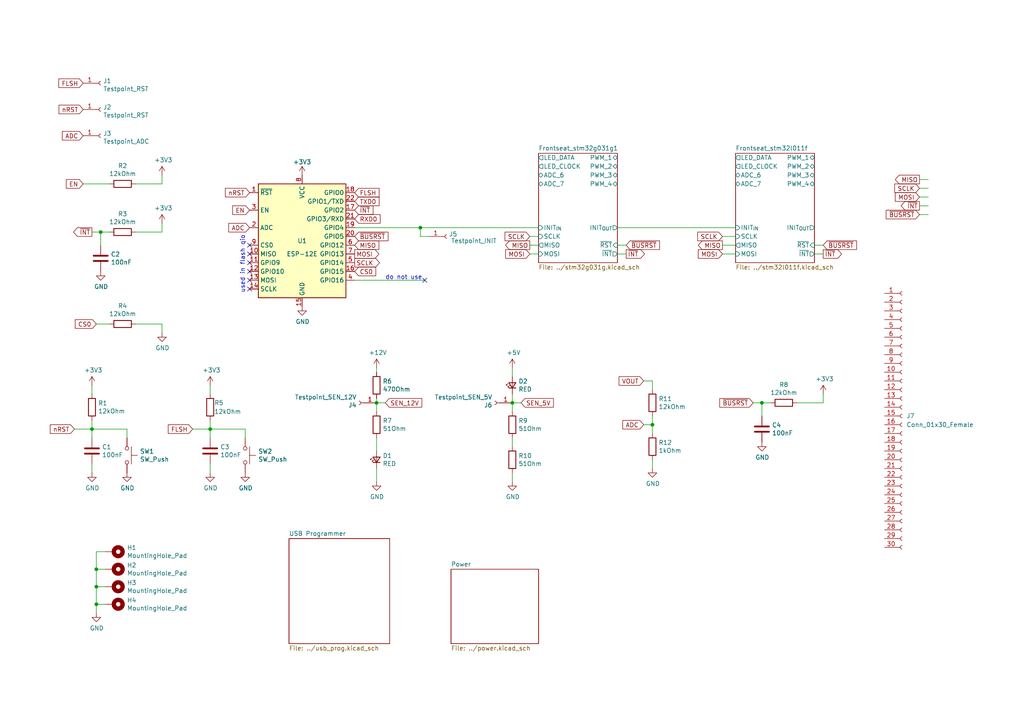
<source format=kicad_sch>
(kicad_sch (version 20211123) (generator eeschema)
  (paper "A4")
  (lib_symbols
    (symbol "Connector:Conn_01x01_Female" (pin_names (offset 1.016) hide)
      (property "Reference" "J" (at 0 2.54 0))
      (property "Value" "Conn_01x01_Female" (at 0 -2.54 0))
      (symbol "Conn_01x01_Female_1_1"
        (polyline (pts (xy -1.27 0) (xy -0.508 0)) (stroke (width 0.1524)))
        (arc (start 0 0.508) (mid -0.508 0) (end 0 -0.508) (stroke (width 0.1524)))
        (pin passive line (at -5.08 0 0) (length 3.81) (name "Pin_1") (number "1"))
      )
    )
    (symbol "Connector:Conn_01x06_Male" (pin_names (offset 1.016) hide)
      (property "Reference" "J" (at 0 7.62 0))
      (property "Value" "Conn_01x06_Male" (at 0 -10.16 0))
      (symbol "Conn_01x06_Male_1_1"
        (polyline (pts (xy 1.27 -7.62) (xy 0.8636 -7.62)) (stroke (width 0.1524)))
        (polyline (pts (xy 1.27 -5.08) (xy 0.8636 -5.08)) (stroke (width 0.1524)))
        (polyline (pts (xy 1.27 -2.54) (xy 0.8636 -2.54)) (stroke (width 0.1524)))
        (polyline (pts (xy 1.27 0) (xy 0.8636 0)) (stroke (width 0.1524)))
        (polyline (pts (xy 1.27 2.54) (xy 0.8636 2.54)) (stroke (width 0.1524)))
        (polyline (pts (xy 1.27 5.08) (xy 0.8636 5.08)) (stroke (width 0.1524)))
        (rectangle (start 0.8636 -7.493) (end 0 -7.747) (stroke (width 0.1524)) (fill (type outline)))
        (rectangle (start 0.8636 -4.953) (end 0 -5.207) (stroke (width 0.1524)) (fill (type outline)))
        (rectangle (start 0.8636 -2.413) (end 0 -2.667) (stroke (width 0.1524)) (fill (type outline)))
        (rectangle (start 0.8636 0.127) (end 0 -0.127) (stroke (width 0.1524)) (fill (type outline)))
        (rectangle (start 0.8636 2.667) (end 0 2.413) (stroke (width 0.1524)) (fill (type outline)))
        (rectangle (start 0.8636 5.207) (end 0 4.953) (stroke (width 0.1524)) (fill (type outline)))
        (pin passive line (at 5.08 5.08 180) (length 3.81) (name "Pin_1") (number "1"))
        (pin passive line (at 5.08 2.54 180) (length 3.81) (name "Pin_2") (number "2"))
        (pin passive line (at 5.08 0 180) (length 3.81) (name "Pin_3") (number "3"))
        (pin passive line (at 5.08 -2.54 180) (length 3.81) (name "Pin_4") (number "4"))
        (pin passive line (at 5.08 -5.08 180) (length 3.81) (name "Pin_5") (number "5"))
        (pin passive line (at 5.08 -7.62 180) (length 3.81) (name "Pin_6") (number "6"))
      )
    )
    (symbol "Connector:Conn_01x30_Female" (pin_names (offset 1.016) hide)
      (property "Reference" "J" (at 0 38.1 0))
      (property "Value" "Conn_01x30_Female" (at 0 -40.64 0))
      (symbol "Conn_01x30_Female_1_1"
        (arc (start 0 -37.592) (mid -0.508 -38.1) (end 0 -38.608) (stroke (width 0.1524)))
        (arc (start 0 -35.052) (mid -0.508 -35.56) (end 0 -36.068) (stroke (width 0.1524)))
        (arc (start 0 -32.512) (mid -0.508 -33.02) (end 0 -33.528) (stroke (width 0.1524)))
        (arc (start 0 -29.972) (mid -0.508 -30.48) (end 0 -30.988) (stroke (width 0.1524)))
        (arc (start 0 -27.432) (mid -0.508 -27.94) (end 0 -28.448) (stroke (width 0.1524)))
        (arc (start 0 -24.892) (mid -0.508 -25.4) (end 0 -25.908) (stroke (width 0.1524)))
        (arc (start 0 -22.352) (mid -0.508 -22.86) (end 0 -23.368) (stroke (width 0.1524)))
        (arc (start 0 -19.812) (mid -0.508 -20.32) (end 0 -20.828) (stroke (width 0.1524)))
        (arc (start 0 -17.272) (mid -0.508 -17.78) (end 0 -18.288) (stroke (width 0.1524)))
        (arc (start 0 -14.732) (mid -0.508 -15.24) (end 0 -15.748) (stroke (width 0.1524)))
        (arc (start 0 -12.192) (mid -0.508 -12.7) (end 0 -13.208) (stroke (width 0.1524)))
        (arc (start 0 -9.652) (mid -0.508 -10.16) (end 0 -10.668) (stroke (width 0.1524)))
        (arc (start 0 -7.112) (mid -0.508 -7.62) (end 0 -8.128) (stroke (width 0.1524)))
        (arc (start 0 -4.572) (mid -0.508 -5.08) (end 0 -5.588) (stroke (width 0.1524)))
        (arc (start 0 -2.032) (mid -0.508 -2.54) (end 0 -3.048) (stroke (width 0.1524)))
        (polyline (pts (xy -1.27 -38.1) (xy -0.508 -38.1)) (stroke (width 0.1524)))
        (polyline (pts (xy -1.27 -35.56) (xy -0.508 -35.56)) (stroke (width 0.1524)))
        (polyline (pts (xy -1.27 -33.02) (xy -0.508 -33.02)) (stroke (width 0.1524)))
        (polyline (pts (xy -1.27 -30.48) (xy -0.508 -30.48)) (stroke (width 0.1524)))
        (polyline (pts (xy -1.27 -27.94) (xy -0.508 -27.94)) (stroke (width 0.1524)))
        (polyline (pts (xy -1.27 -25.4) (xy -0.508 -25.4)) (stroke (width 0.1524)))
        (polyline (pts (xy -1.27 -22.86) (xy -0.508 -22.86)) (stroke (width 0.1524)))
        (polyline (pts (xy -1.27 -20.32) (xy -0.508 -20.32)) (stroke (width 0.1524)))
        (polyline (pts (xy -1.27 -17.78) (xy -0.508 -17.78)) (stroke (width 0.1524)))
        (polyline (pts (xy -1.27 -15.24) (xy -0.508 -15.24)) (stroke (width 0.1524)))
        (polyline (pts (xy -1.27 -12.7) (xy -0.508 -12.7)) (stroke (width 0.1524)))
        (polyline (pts (xy -1.27 -10.16) (xy -0.508 -10.16)) (stroke (width 0.1524)))
        (polyline (pts (xy -1.27 -7.62) (xy -0.508 -7.62)) (stroke (width 0.1524)))
        (polyline (pts (xy -1.27 -5.08) (xy -0.508 -5.08)) (stroke (width 0.1524)))
        (polyline (pts (xy -1.27 -2.54) (xy -0.508 -2.54)) (stroke (width 0.1524)))
        (polyline (pts (xy -1.27 0) (xy -0.508 0)) (stroke (width 0.1524)))
        (polyline (pts (xy -1.27 2.54) (xy -0.508 2.54)) (stroke (width 0.1524)))
        (polyline (pts (xy -1.27 5.08) (xy -0.508 5.08)) (stroke (width 0.1524)))
        (polyline (pts (xy -1.27 7.62) (xy -0.508 7.62)) (stroke (width 0.1524)))
        (polyline (pts (xy -1.27 10.16) (xy -0.508 10.16)) (stroke (width 0.1524)))
        (polyline (pts (xy -1.27 12.7) (xy -0.508 12.7)) (stroke (width 0.1524)))
        (polyline (pts (xy -1.27 15.24) (xy -0.508 15.24)) (stroke (width 0.1524)))
        (polyline (pts (xy -1.27 17.78) (xy -0.508 17.78)) (stroke (width 0.1524)))
        (polyline (pts (xy -1.27 20.32) (xy -0.508 20.32)) (stroke (width 0.1524)))
        (polyline (pts (xy -1.27 22.86) (xy -0.508 22.86)) (stroke (width 0.1524)))
        (polyline (pts (xy -1.27 25.4) (xy -0.508 25.4)) (stroke (width 0.1524)))
        (polyline (pts (xy -1.27 27.94) (xy -0.508 27.94)) (stroke (width 0.1524)))
        (polyline (pts (xy -1.27 30.48) (xy -0.508 30.48)) (stroke (width 0.1524)))
        (polyline (pts (xy -1.27 33.02) (xy -0.508 33.02)) (stroke (width 0.1524)))
        (polyline (pts (xy -1.27 35.56) (xy -0.508 35.56)) (stroke (width 0.1524)))
        (arc (start 0 0.508) (mid -0.508 0) (end 0 -0.508) (stroke (width 0.1524)))
        (arc (start 0 3.048) (mid -0.508 2.54) (end 0 2.032) (stroke (width 0.1524)))
        (arc (start 0 5.588) (mid -0.508 5.08) (end 0 4.572) (stroke (width 0.1524)))
        (arc (start 0 8.128) (mid -0.508 7.62) (end 0 7.112) (stroke (width 0.1524)))
        (arc (start 0 10.668) (mid -0.508 10.16) (end 0 9.652) (stroke (width 0.1524)))
        (arc (start 0 13.208) (mid -0.508 12.7) (end 0 12.192) (stroke (width 0.1524)))
        (arc (start 0 15.748) (mid -0.508 15.24) (end 0 14.732) (stroke (width 0.1524)))
        (arc (start 0 18.288) (mid -0.508 17.78) (end 0 17.272) (stroke (width 0.1524)))
        (arc (start 0 20.828) (mid -0.508 20.32) (end 0 19.812) (stroke (width 0.1524)))
        (arc (start 0 23.368) (mid -0.508 22.86) (end 0 22.352) (stroke (width 0.1524)))
        (arc (start 0 25.908) (mid -0.508 25.4) (end 0 24.892) (stroke (width 0.1524)))
        (arc (start 0 28.448) (mid -0.508 27.94) (end 0 27.432) (stroke (width 0.1524)))
        (arc (start 0 30.988) (mid -0.508 30.48) (end 0 29.972) (stroke (width 0.1524)))
        (arc (start 0 33.528) (mid -0.508 33.02) (end 0 32.512) (stroke (width 0.1524)))
        (arc (start 0 36.068) (mid -0.508 35.56) (end 0 35.052) (stroke (width 0.1524)))
        (pin passive line (at -5.08 35.56 0) (length 3.81) (name "Pin_1") (number "1"))
        (pin passive line (at -5.08 12.7 0) (length 3.81) (name "Pin_10") (number "10"))
        (pin passive line (at -5.08 10.16 0) (length 3.81) (name "Pin_11") (number "11"))
        (pin passive line (at -5.08 7.62 0) (length 3.81) (name "Pin_12") (number "12"))
        (pin passive line (at -5.08 5.08 0) (length 3.81) (name "Pin_13") (number "13"))
        (pin passive line (at -5.08 2.54 0) (length 3.81) (name "Pin_14") (number "14"))
        (pin passive line (at -5.08 0 0) (length 3.81) (name "Pin_15") (number "15"))
        (pin passive line (at -5.08 -2.54 0) (length 3.81) (name "Pin_16") (number "16"))
        (pin passive line (at -5.08 -5.08 0) (length 3.81) (name "Pin_17") (number "17"))
        (pin passive line (at -5.08 -7.62 0) (length 3.81) (name "Pin_18") (number "18"))
        (pin passive line (at -5.08 -10.16 0) (length 3.81) (name "Pin_19") (number "19"))
        (pin passive line (at -5.08 33.02 0) (length 3.81) (name "Pin_2") (number "2"))
        (pin passive line (at -5.08 -12.7 0) (length 3.81) (name "Pin_20") (number "20"))
        (pin passive line (at -5.08 -15.24 0) (length 3.81) (name "Pin_21") (number "21"))
        (pin passive line (at -5.08 -17.78 0) (length 3.81) (name "Pin_22") (number "22"))
        (pin passive line (at -5.08 -20.32 0) (length 3.81) (name "Pin_23") (number "23"))
        (pin passive line (at -5.08 -22.86 0) (length 3.81) (name "Pin_24") (number "24"))
        (pin passive line (at -5.08 -25.4 0) (length 3.81) (name "Pin_25") (number "25"))
        (pin passive line (at -5.08 -27.94 0) (length 3.81) (name "Pin_26") (number "26"))
        (pin passive line (at -5.08 -30.48 0) (length 3.81) (name "Pin_27") (number "27"))
        (pin passive line (at -5.08 -33.02 0) (length 3.81) (name "Pin_28") (number "28"))
        (pin passive line (at -5.08 -35.56 0) (length 3.81) (name "Pin_29") (number "29"))
        (pin passive line (at -5.08 30.48 0) (length 3.81) (name "Pin_3") (number "3"))
        (pin passive line (at -5.08 -38.1 0) (length 3.81) (name "Pin_30") (number "30"))
        (pin passive line (at -5.08 27.94 0) (length 3.81) (name "Pin_4") (number "4"))
        (pin passive line (at -5.08 25.4 0) (length 3.81) (name "Pin_5") (number "5"))
        (pin passive line (at -5.08 22.86 0) (length 3.81) (name "Pin_6") (number "6"))
        (pin passive line (at -5.08 20.32 0) (length 3.81) (name "Pin_7") (number "7"))
        (pin passive line (at -5.08 17.78 0) (length 3.81) (name "Pin_8") (number "8"))
        (pin passive line (at -5.08 15.24 0) (length 3.81) (name "Pin_9") (number "9"))
      )
    )
    (symbol "Device:C" (pin_numbers hide) (pin_names (offset 0.254))
      (property "Reference" "C" (at 0.635 2.54 0))
      (property "Value" "C" (at 0.635 -2.54 0))
      (symbol "C_0_1"
        (polyline (pts (xy -2.032 -0.762) (xy 2.032 -0.762)) (stroke (width 0.508)))
        (polyline (pts (xy -2.032 0.762) (xy 2.032 0.762)) (stroke (width 0.508)))
      )
      (symbol "C_1_1"
        (pin passive line (at 0 3.81 270) (length 2.794) (name "~") (number "1"))
        (pin passive line (at 0 -3.81 90) (length 2.794) (name "~") (number "2"))
      )
    )
    (symbol "Device:LED_Small" (pin_numbers hide) (pin_names (offset 0.254) hide)
      (property "Reference" "D" (at -1.27 3.175 0))
      (property "Value" "LED_Small" (at -4.445 -2.54 0))
      (symbol "LED_Small_0_1"
        (polyline (pts (xy -0.762 -1.016) (xy -0.762 1.016)) (stroke (width 0.254)))
        (polyline (pts (xy 1.016 0) (xy -0.762 0)))
        (polyline (pts (xy 0.762 -1.016) (xy -0.762 0) (xy 0.762 1.016) (xy 0.762 -1.016)) (stroke (width 0.254)))
        (polyline (pts (xy 0 0.762) (xy -0.508 1.27) (xy -0.254 1.27) (xy -0.508 1.27) (xy -0.508 1.016)))
        (polyline (pts (xy 0.508 1.27) (xy 0 1.778) (xy 0.254 1.778) (xy 0 1.778) (xy 0 1.524)))
      )
      (symbol "LED_Small_1_1"
        (pin passive line (at -2.54 0 0) (length 1.778) (name "K") (number "1"))
        (pin passive line (at 2.54 0 180) (length 1.778) (name "A") (number "2"))
      )
    )
    (symbol "Device:R" (pin_numbers hide) (pin_names (offset 0))
      (property "Reference" "R" (at 2.032 0 90))
      (property "Value" "R" (at 0 0 90))
      (symbol "R_0_1"
        (rectangle (start -1.016 -2.54) (end 1.016 2.54) (stroke (width 0.254)))
      )
      (symbol "R_1_1"
        (pin passive line (at 0 3.81 270) (length 1.27) (name "~") (number "1"))
        (pin passive line (at 0 -3.81 90) (length 1.27) (name "~") (number "2"))
      )
    )
    (symbol "Mechanical:MountingHole_Pad" (pin_numbers hide) (pin_names (offset 1.016) hide)
      (property "Reference" "H" (at 0 6.35 0))
      (property "Value" "MountingHole_Pad" (at 0 4.445 0))
      (symbol "MountingHole_Pad_0_1"
        (circle (center 0 1.27) (radius 1.27) (stroke (width 1.27)))
      )
      (symbol "MountingHole_Pad_1_1"
        (pin input line (at 0 -2.54 90) (length 2.54) (name "1") (number "1"))
      )
    )
    (symbol "RF_Module:ESP-12E"
      (property "Reference" "U" (at -12.7 19.05 0))
      (property "Value" "ESP-12E" (at 12.7 19.05 0))
      (symbol "ESP-12E_0_1"
        (rectangle (start -12.7 17.78) (end 12.7 -15.24) (stroke (width 0.254)) (fill (type background)))
      )
      (symbol "ESP-12E_1_1"
        (pin input line (at -15.24 15.24 0) (length 2.54) (name "~{RST}") (number "1"))
        (pin bidirectional line (at -15.24 -2.54 0) (length 2.54) (name "MISO") (number "10"))
        (pin bidirectional line (at -15.24 -5.08 0) (length 2.54) (name "GPIO9") (number "11"))
        (pin bidirectional line (at -15.24 -7.62 0) (length 2.54) (name "GPIO10") (number "12"))
        (pin bidirectional line (at -15.24 -10.16 0) (length 2.54) (name "MOSI") (number "13"))
        (pin bidirectional line (at -15.24 -12.7 0) (length 2.54) (name "SCLK") (number "14"))
        (pin power_in line (at 0 -17.78 90) (length 2.54) (name "GND") (number "15"))
        (pin bidirectional line (at 15.24 -7.62 180) (length 2.54) (name "GPIO15") (number "16"))
        (pin bidirectional line (at 15.24 10.16 180) (length 2.54) (name "GPIO2") (number "17"))
        (pin bidirectional line (at 15.24 15.24 180) (length 2.54) (name "GPIO0") (number "18"))
        (pin bidirectional line (at 15.24 5.08 180) (length 2.54) (name "GPIO4") (number "19"))
        (pin input line (at -15.24 5.08 0) (length 2.54) (name "ADC") (number "2"))
        (pin bidirectional line (at 15.24 2.54 180) (length 2.54) (name "GPIO5") (number "20"))
        (pin bidirectional line (at 15.24 7.62 180) (length 2.54) (name "GPIO3/RXD") (number "21"))
        (pin bidirectional line (at 15.24 12.7 180) (length 2.54) (name "GPIO1/TXD") (number "22"))
        (pin input line (at -15.24 10.16 0) (length 2.54) (name "EN") (number "3"))
        (pin bidirectional line (at 15.24 -10.16 180) (length 2.54) (name "GPIO16") (number "4"))
        (pin bidirectional line (at 15.24 -5.08 180) (length 2.54) (name "GPIO14") (number "5"))
        (pin bidirectional line (at 15.24 0 180) (length 2.54) (name "GPIO12") (number "6"))
        (pin bidirectional line (at 15.24 -2.54 180) (length 2.54) (name "GPIO13") (number "7"))
        (pin power_in line (at 0 20.32 270) (length 2.54) (name "VCC") (number "8"))
        (pin input line (at -15.24 0 0) (length 2.54) (name "CS0") (number "9"))
      )
    )
    (symbol "Switch:SW_Push" (pin_numbers hide) (pin_names (offset 1.016) hide)
      (property "Reference" "SW" (at 1.27 2.54 0))
      (property "Value" "SW_Push" (at 0 -1.524 0))
      (symbol "SW_Push_0_1"
        (circle (center -2.032 0) (radius 0.508))
        (polyline (pts (xy 0 1.27) (xy 0 3.048)))
        (polyline (pts (xy 2.54 1.27) (xy -2.54 1.27)))
        (circle (center 2.032 0) (radius 0.508))
        (pin passive line (at -5.08 0 0) (length 2.54) (name "1") (number "1"))
        (pin passive line (at 5.08 0 180) (length 2.54) (name "2") (number "2"))
      )
    )
    (symbol "power:+12V" (power) (pin_names (offset 0))
      (property "Value" "+12V" (at 0 3.556 0))
      (symbol "+12V_0_1"
        (polyline (pts (xy -0.762 1.27) (xy 0 2.54)))
        (polyline (pts (xy 0 0) (xy 0 2.54)))
        (polyline (pts (xy 0 2.54) (xy 0.762 1.27)))
      )
      (symbol "+12V_1_1"
        (pin power_in line (at 0 0 90) (length 0) hide (name "+12V") (number "1"))
      )
    )
    (symbol "power:+3.3V" (power) (pin_names (offset 0))
      (property "Value" "+3.3V" (at 0 3.556 0))
      (symbol "+3.3V_0_1"
        (polyline (pts (xy -0.762 1.27) (xy 0 2.54)))
        (polyline (pts (xy 0 0) (xy 0 2.54)))
        (polyline (pts (xy 0 2.54) (xy 0.762 1.27)))
      )
      (symbol "+3.3V_1_1"
        (pin power_in line (at 0 0 90) (length 0) hide (name "+3V3") (number "1"))
      )
    )
    (symbol "power:+5V" (power) (pin_names (offset 0))
      (property "Value" "+5V" (at 0 3.556 0))
      (symbol "+5V_0_1"
        (polyline (pts (xy -0.762 1.27) (xy 0 2.54)))
        (polyline (pts (xy 0 0) (xy 0 2.54)))
        (polyline (pts (xy 0 2.54) (xy 0.762 1.27)))
      )
      (symbol "+5V_1_1"
        (pin power_in line (at 0 0 90) (length 0) hide (name "+5V") (number "1"))
      )
    )
    (symbol "power:GND" (power) (pin_names (offset 0))
      (property "Value" "GND" (at 0 -3.81 0))
      (symbol "GND_0_1"
        (polyline (pts (xy 0 0) (xy 0 -1.27) (xy 1.27 -1.27) (xy 0 -2.54) (xy -1.27 -1.27) (xy 0 -1.27)))
      )
      (symbol "GND_1_1"
        (pin power_in line (at 0 0 270) (length 0) hide (name "GND") (number "1"))
      )
    )
  )
  (junction (at 189.23 123.19))
  (junction (at 26.67 124.46))
  (junction (at 121.92 66.04))
  (junction (at 27.94 170.18))
  (junction (at 29.21 67.31))
  (junction (at 27.94 175.26))
  (junction (at 27.94 165.1))
  (junction (at 109.22 116.84))
  (junction (at 220.98 116.84))
  (junction (at 60.96 124.46))
  (junction (at 148.59 116.84))
  (no_connect (at 72.39 73.66))
  (no_connect (at 72.39 83.82))
  (no_connect (at 123.19 81.28))
  (no_connect (at 275.59 -64.77))
  (no_connect (at 72.39 76.2))
  (no_connect (at 72.39 78.74))
  (no_connect (at 72.39 81.28))
  (no_connect (at 72.39 71.12))
  (wire (pts (xy 31.75 53.34) (xy 24.13 53.34)))
  (wire (pts (xy 148.59 106.68) (xy 148.59 109.22)))
  (wire (pts (xy 266.7 54.61) (xy 269.24 54.61)))
  (wire (pts (xy 223.52 116.84) (xy 220.98 116.84)))
  (wire (pts (xy 121.92 68.58) (xy 121.92 66.04)))
  (wire (pts (xy 26.67 121.92) (xy 26.67 124.46)))
  (wire (pts (xy 30.48 170.18) (xy 27.94 170.18)))
  (wire (pts (xy 30.48 175.26) (xy 27.94 175.26)))
  (wire (pts (xy 238.76 116.84) (xy 238.76 114.3)))
  (wire (pts (xy 55.88 124.46) (xy 60.96 124.46)))
  (wire (pts (xy 278.13 -54.61) (xy 278.13 -52.07)))
  (wire (pts (xy 109.22 115.57) (xy 109.22 116.84)))
  (wire (pts (xy 179.07 73.66) (xy 181.61 73.66)))
  (wire (pts (xy 36.83 124.46) (xy 26.67 124.46)))
  (wire (pts (xy 236.22 71.12) (xy 238.76 71.12)))
  (wire (pts (xy 189.23 135.89) (xy 189.23 133.35)))
  (wire (pts (xy 148.59 127) (xy 148.59 129.54)))
  (wire (pts (xy 46.99 93.98) (xy 46.99 96.52)))
  (wire (pts (xy 21.59 124.46) (xy 26.67 124.46)))
  (wire (pts (xy 153.67 68.58) (xy 156.21 68.58)))
  (wire (pts (xy 60.96 134.62) (xy 60.96 137.16)))
  (wire (pts (xy 29.21 67.31) (xy 29.21 71.12)))
  (wire (pts (xy 29.21 67.31) (xy 26.67 67.31)))
  (wire (pts (xy 39.37 67.31) (xy 46.99 67.31)))
  (wire (pts (xy 266.7 57.15) (xy 269.24 57.15)))
  (wire (pts (xy 189.23 113.03) (xy 189.23 110.49)))
  (wire (pts (xy 102.87 66.04) (xy 121.92 66.04)))
  (wire (pts (xy 60.96 124.46) (xy 60.96 127)))
  (wire (pts (xy 195.58 -40.64) (xy 195.58 -38.1)))
  (wire (pts (xy 26.67 111.76) (xy 26.67 114.3)))
  (wire (pts (xy 189.23 123.19) (xy 189.23 120.65)))
  (wire (pts (xy 30.48 165.1) (xy 27.94 165.1)))
  (wire (pts (xy 198.12 -40.64) (xy 195.58 -40.64)))
  (wire (pts (xy 153.67 73.66) (xy 156.21 73.66)))
  (wire (pts (xy 36.83 127) (xy 36.83 124.46)))
  (wire (pts (xy 151.13 116.84) (xy 148.59 116.84)))
  (wire (pts (xy 148.59 137.16) (xy 148.59 139.7)))
  (wire (pts (xy 123.19 81.28) (xy 102.87 81.28)))
  (wire (pts (xy 109.22 106.68) (xy 109.22 107.95)))
  (wire (pts (xy 198.12 -88.9) (xy 195.58 -88.9)))
  (wire (pts (xy 148.59 116.84) (xy 148.59 119.38)))
  (wire (pts (xy 30.48 160.02) (xy 27.94 160.02)))
  (wire (pts (xy 236.22 73.66) (xy 238.76 73.66)))
  (wire (pts (xy 109.22 116.84) (xy 109.22 119.38)))
  (wire (pts (xy 31.75 93.98) (xy 27.94 93.98)))
  (wire (pts (xy 26.67 134.62) (xy 26.67 137.16)))
  (wire (pts (xy 121.92 66.04) (xy 156.21 66.04)))
  (wire (pts (xy 46.99 53.34) (xy 46.99 50.8)))
  (wire (pts (xy 220.98 116.84) (xy 220.98 120.65)))
  (wire (pts (xy 111.76 116.84) (xy 109.22 116.84)))
  (wire (pts (xy 266.7 52.07) (xy 269.24 52.07)))
  (wire (pts (xy 275.59 -54.61) (xy 278.13 -54.61)))
  (wire (pts (xy 124.46 68.58) (xy 121.92 68.58)))
  (wire (pts (xy 209.55 71.12) (xy 213.36 71.12)))
  (wire (pts (xy 189.23 110.49) (xy 186.69 110.49)))
  (wire (pts (xy 179.07 66.04) (xy 213.36 66.04)))
  (wire (pts (xy 189.23 125.73) (xy 189.23 123.19)))
  (wire (pts (xy 231.14 116.84) (xy 238.76 116.84)))
  (wire (pts (xy 266.7 62.23) (xy 269.24 62.23)))
  (wire (pts (xy 285.75 -62.23) (xy 275.59 -62.23)))
  (wire (pts (xy 31.75 67.31) (xy 29.21 67.31)))
  (wire (pts (xy 195.58 -88.9) (xy 195.58 -86.36)))
  (wire (pts (xy 109.22 127) (xy 109.22 130.81)))
  (wire (pts (xy 26.67 124.46) (xy 26.67 127)))
  (wire (pts (xy 27.94 165.1) (xy 27.94 170.18)))
  (wire (pts (xy 163.83 -88.9) (xy 163.83 -86.36)))
  (wire (pts (xy 27.94 170.18) (xy 27.94 175.26)))
  (wire (pts (xy 179.07 71.12) (xy 181.61 71.12)))
  (wire (pts (xy 148.59 114.3) (xy 148.59 116.84)))
  (wire (pts (xy 39.37 93.98) (xy 46.99 93.98)))
  (wire (pts (xy 209.55 73.66) (xy 213.36 73.66)))
  (wire (pts (xy 166.37 -88.9) (xy 163.83 -88.9)))
  (wire (pts (xy 71.12 127) (xy 71.12 124.46)))
  (wire (pts (xy 266.7 59.69) (xy 269.24 59.69)))
  (wire (pts (xy 71.12 124.46) (xy 60.96 124.46)))
  (wire (pts (xy 27.94 160.02) (xy 27.94 165.1)))
  (wire (pts (xy 27.94 175.26) (xy 27.94 177.8)))
  (wire (pts (xy 209.55 68.58) (xy 213.36 68.58)))
  (wire (pts (xy 186.69 123.19) (xy 189.23 123.19)))
  (wire (pts (xy 39.37 53.34) (xy 46.99 53.34)))
  (wire (pts (xy 60.96 111.76) (xy 60.96 114.3)))
  (wire (pts (xy 153.67 71.12) (xy 156.21 71.12)))
  (wire (pts (xy 109.22 135.89) (xy 109.22 139.7)))
  (wire (pts (xy 46.99 67.31) (xy 46.99 64.77)))
  (wire (pts (xy 285.75 -64.77) (xy 285.75 -62.23)))
  (wire (pts (xy 220.98 116.84) (xy 218.44 116.84)))
  (wire (pts (xy 60.96 121.92) (xy 60.96 124.46)))
  (text "do not use" (at 111.76 81.28 0) (effects (font (size 1.27 1.27)) (justify left bottom)))
  (text "used in flash qio" (at 71.12 85.09 90) (effects (font (size 1.27 1.27)) (justify left bottom)))
  (global_label "EN" (shape input) (at 72.39 60.96 180) (property "Referenzen zwischen Schaltplänen" "${INTERSHEET_REFS}" (effects hide)))
  (global_label "RXD0" (shape input) (at 198.12 -91.44 180) (property "Referenzen zwischen Schaltplänen" "${INTERSHEET_REFS}" (effects hide)))
  (global_label "MOSI" (shape output) (at 102.87 73.66 0) (property "Referenzen zwischen Schaltplänen" "${INTERSHEET_REFS}" (effects hide)))
  (global_label "~{INT}" (shape output) (at 238.76 73.66 0) (property "Referenzen zwischen Schaltplänen" "${INTERSHEET_REFS}" (effects hide)))
  (global_label "~{BUSRST}" (shape input) (at 266.7 62.23 180) (property "Referenzen zwischen Schaltplänen" "${INTERSHEET_REFS}" (effects hide)))
  (global_label "~{BUSRST}" (shape input) (at 102.87 68.58 0) (property "Referenzen zwischen Schaltplänen" "${INTERSHEET_REFS}" (effects hide)))
  (global_label "MISO" (shape input) (at 102.87 71.12 0) (property "Referenzen zwischen Schaltplänen" "${INTERSHEET_REFS}" (effects hide)))
  (global_label "MISO" (shape output) (at 209.55 71.12 180) (property "Referenzen zwischen Schaltplänen" "${INTERSHEET_REFS}" (effects hide)))
  (global_label "~{BUSRST}" (shape input) (at 181.61 71.12 0) (property "Referenzen zwischen Schaltplänen" "${INTERSHEET_REFS}" (effects hide)))
  (global_label "TXD0" (shape input) (at 166.37 -93.98 180) (property "Referenzen zwischen Schaltplänen" "${INTERSHEET_REFS}" (effects hide)))
  (global_label "VOUT" (shape input) (at 186.69 110.49 180) (property "Referenzen zwischen Schaltplänen" "${INTERSHEET_REFS}" (effects hide)))
  (global_label "SWIM" (shape output) (at 264.16 -67.31 180) (property "Referenzen zwischen Schaltplänen" "${INTERSHEET_REFS}" (effects hide)))
  (global_label "nRST" (shape input) (at 72.39 55.88 180) (property "Referenzen zwischen Schaltplänen" "${INTERSHEET_REFS}" (effects hide)))
  (global_label "MISO" (shape output) (at 264.16 -62.23 180) (property "Referenzen zwischen Schaltplänen" "${INTERSHEET_REFS}" (effects hide)))
  (global_label "MOSI" (shape input) (at 153.67 73.66 180) (property "Referenzen zwischen Schaltplänen" "${INTERSHEET_REFS}" (effects hide)))
  (global_label "SEN_5V" (shape input) (at 151.13 116.84 0) (property "Referenzen zwischen Schaltplänen" "${INTERSHEET_REFS}" (effects hide)))
  (global_label "VOUT" (shape bidirectional) (at 275.59 -67.31 0) (property "Referenzen zwischen Schaltplänen" "${INTERSHEET_REFS}" (effects hide)))
  (global_label "TXD0" (shape input) (at 198.12 -93.98 180) (property "Referenzen zwischen Schaltplänen" "${INTERSHEET_REFS}" (effects hide)))
  (global_label "MISO" (shape output) (at 266.7 52.07 180) (property "Referenzen zwischen Schaltplänen" "${INTERSHEET_REFS}" (effects hide)))
  (global_label "~{BUSRST}" (shape input) (at 264.16 -57.15 180) (property "Referenzen zwischen Schaltplänen" "${INTERSHEET_REFS}" (effects hide)))
  (global_label "ADC" (shape input) (at 72.39 66.04 180) (property "Referenzen zwischen Schaltplänen" "${INTERSHEET_REFS}" (effects hide)))
  (global_label "SCLK" (shape input) (at 198.12 -45.72 180) (property "Referenzen zwischen Schaltplänen" "${INTERSHEET_REFS}" (effects hide)))
  (global_label "RXD0" (shape input) (at 102.87 63.5 0) (property "Referenzen zwischen Schaltplänen" "${INTERSHEET_REFS}" (effects hide)))
  (global_label "MOSI" (shape input) (at 209.55 73.66 180) (property "Referenzen zwischen Schaltplänen" "${INTERSHEET_REFS}" (effects hide)))
  (global_label "MOSI" (shape input) (at 198.12 -43.18 180) (property "Referenzen zwischen Schaltplänen" "${INTERSHEET_REFS}" (effects hide)))
  (global_label "SCLK" (shape input) (at 275.59 -59.69 0) (property "Referenzen zwischen Schaltplänen" "${INTERSHEET_REFS}" (effects hide)))
  (global_label "SCLK" (shape input) (at 209.55 68.58 180) (property "Referenzen zwischen Schaltplänen" "${INTERSHEET_REFS}" (effects hide)))
  (global_label "SCLK" (shape output) (at 102.87 76.2 0) (property "Referenzen zwischen Schaltplänen" "${INTERSHEET_REFS}" (effects hide)))
  (global_label "MOSI" (shape input) (at 266.7 57.15 180) (property "Referenzen zwischen Schaltplänen" "${INTERSHEET_REFS}" (effects hide)))
  (global_label "SCLK" (shape input) (at 266.7 54.61 180) (property "Referenzen zwischen Schaltplänen" "${INTERSHEET_REFS}" (effects hide)))
  (global_label "SEN_12V" (shape input) (at 111.76 116.84 0) (property "Referenzen zwischen Schaltplänen" "${INTERSHEET_REFS}" (effects hide)))
  (global_label "RXD0" (shape input) (at 166.37 -91.44 180) (property "Referenzen zwischen Schaltplänen" "${INTERSHEET_REFS}" (effects hide)))
  (global_label "MISO" (shape output) (at 153.67 71.12 180) (property "Referenzen zwischen Schaltplänen" "${INTERSHEET_REFS}" (effects hide)))
  (global_label "EN" (shape input) (at 24.13 53.34 180) (property "Referenzen zwischen Schaltplänen" "${INTERSHEET_REFS}" (effects hide)))
  (global_label "nRST" (shape input) (at 21.59 124.46 180) (property "Referenzen zwischen Schaltplänen" "${INTERSHEET_REFS}" (effects hide)))
  (global_label "CS0" (shape input) (at 102.87 78.74 0) (property "Referenzen zwischen Schaltplänen" "${INTERSHEET_REFS}" (effects hide)))
  (global_label "TXD0" (shape input) (at 102.87 58.42 0) (property "Referenzen zwischen Schaltplänen" "${INTERSHEET_REFS}" (effects hide)))
  (global_label "~{INT}" (shape output) (at 264.16 -59.69 180) (property "Referenzen zwischen Schaltplänen" "${INTERSHEET_REFS}" (effects hide)))
  (global_label "FLSH" (shape input) (at 24.13 24.13 180) (property "Referenzen zwischen Schaltplänen" "${INTERSHEET_REFS}" (effects hide)))
  (global_label "ADC" (shape input) (at 186.69 123.19 180) (property "Referenzen zwischen Schaltplänen" "${INTERSHEET_REFS}" (effects hide)))
  (global_label "VOUT" (shape input) (at 166.37 -96.52 180) (property "Referenzen zwischen Schaltplänen" "${INTERSHEET_REFS}" (effects hide)))
  (global_label "CS0" (shape input) (at 27.94 93.98 180) (property "Referenzen zwischen Schaltplänen" "${INTERSHEET_REFS}" (effects hide)))
  (global_label "SCLK" (shape input) (at 153.67 68.58 180) (property "Referenzen zwischen Schaltplänen" "${INTERSHEET_REFS}" (effects hide)))
  (global_label "~{INT}" (shape output) (at 181.61 73.66 0) (property "Referenzen zwischen Schaltplänen" "${INTERSHEET_REFS}" (effects hide)))
  (global_label "~{INT}" (shape output) (at 26.67 67.31 180) (property "Referenzen zwischen Schaltplänen" "${INTERSHEET_REFS}" (effects hide)))
  (global_label "VOUT" (shape input) (at 198.12 -48.26 180) (property "Referenzen zwischen Schaltplänen" "${INTERSHEET_REFS}" (effects hide)))
  (global_label "~{BUSRST}" (shape input) (at 218.44 116.84 180) (property "Referenzen zwischen Schaltplänen" "${INTERSHEET_REFS}" (effects hide)))
  (global_label "~{BUSRST}" (shape input) (at 238.76 71.12 0) (property "Referenzen zwischen Schaltplänen" "${INTERSHEET_REFS}" (effects hide)))
  (global_label "~{INT}" (shape output) (at 266.7 59.69 180) (property "Referenzen zwischen Schaltplänen" "${INTERSHEET_REFS}" (effects hide)))
  (global_label "FLSH" (shape input) (at 55.88 124.46 180) (property "Referenzen zwischen Schaltplänen" "${INTERSHEET_REFS}" (effects hide)))
  (global_label "ADC" (shape input) (at 24.13 39.37 180) (property "Referenzen zwischen Schaltplänen" "${INTERSHEET_REFS}" (effects hide)))
  (global_label "MOSI" (shape input) (at 275.59 -57.15 0) (property "Referenzen zwischen Schaltplänen" "${INTERSHEET_REFS}" (effects hide)))
  (global_label "CS0" (shape input) (at 264.16 -64.77 180) (property "Referenzen zwischen Schaltplänen" "${INTERSHEET_REFS}" (effects hide)))
  (global_label "~{INT}" (shape input) (at 102.87 60.96 0) (property "Referenzen zwischen Schaltplänen" "${INTERSHEET_REFS}" (effects hide)))
  (global_label "VOUT" (shape input) (at 198.12 -96.52 180) (property "Referenzen zwischen Schaltplänen" "${INTERSHEET_REFS}" (effects hide)))
  (global_label "FLSH" (shape input) (at 102.87 55.88 0) (property "Referenzen zwischen Schaltplänen" "${INTERSHEET_REFS}" (effects hide)))
  (global_label "nRST" (shape input) (at 24.13 31.75 180) (property "Referenzen zwischen Schaltplänen" "${INTERSHEET_REFS}" (effects hide)))
  (symbol (lib_id "Switch:SW_Push") (at 36.83 132.08 270) (unit 1)
    (property "Reference" "SW1" (at 40.5892 130.9116 90) (effects (justify left)))
    (property "Value" "SW_Push" (at 40.5892 133.223 90) (effects (justify left)))
    (property "Footprint" "Button_Switch_SMD:SW_SPST_CK_RS282G05A3" (effects hide))
    (property "LCSC" "-" (effects hide))
  )
  (symbol (lib_id "Device:R") (at 109.22 111.76 180) (unit 1)
    (property "Reference" "R6" (at 110.998 110.5916 0) (effects (justify right)))
    (property "Value" "470Ohm" (at 110.998 112.903 0) (effects (justify right)))
    (property "Footprint" "Resistor_SMD:R_0603_1608Metric" (effects hide))
    (property "LCSC" "C23179" (effects hide))
  )
  (symbol (lib_id "Connector:Conn_01x06_Male") (at 269.24 -59.69 180) (unit 1)
    (property "Reference" "J8" (at 265.43 -74.93 0) (effects (justify right)))
    (property "Value" "Conn_01x06_Male" (at 259.08 -52.07 0) (effects (justify right)))
    (property "Footprint" "Connector_PinHeader_2.54mm:PinHeader_1x06_P2.54mm_Vertical" (effects hide))
    (property "LCSC" "-" (effects hide))
  )
  (symbol (lib_id "Device:R") (at 189.23 116.84 180) (unit 1)
    (property "Reference" "R11" (at 191.008 115.6716 0) (effects (justify right)))
    (property "Value" "12kOhm" (at 191.008 117.983 0) (effects (justify right)))
    (property "Footprint" "Resistor_SMD:R_0603_1608Metric" (effects hide))
    (property "LCSC" "C22790" (effects hide))
  )
  (symbol (lib_id "Device:R") (at 35.56 93.98 270) (unit 1)
    (property "Reference" "R4" (at 35.56 88.7222 90))
    (property "Value" "12kOhm" (at 35.56 91.0336 90))
    (property "Footprint" "Resistor_SMD:R_0603_1608Metric" (effects hide))
    (property "LCSC" "C22790" (effects hide))
  )
  (symbol (lib_id "Device:R") (at 26.67 118.11 0) (unit 1)
    (property "Reference" "R1" (at 28.448 116.9416 0) (effects (justify left)))
    (property "Value" "12kOhm" (at 28.448 119.253 0) (effects (justify left)))
    (property "Footprint" "Resistor_SMD:R_0603_1608Metric" (effects hide))
    (property "LCSC" "C22790" (effects hide))
  )
  (symbol (lib_id "Device:C") (at 26.67 130.81 0) (unit 1)
    (property "Reference" "C1" (at 29.591 129.6416 0) (effects (justify left)))
    (property "Value" "100nF" (at 29.591 131.953 0) (effects (justify left)))
    (property "Footprint" "Capacitor_SMD:C_0603_1608Metric" (effects hide))
    (property "LCSC" "C14663" (effects hide))
  )
  (symbol (lib_id "power:GND") (at 60.96 137.16 0) (unit 1)
    (property "Reference" "#PWR010" (effects hide))
    (property "Value" "GND" (at 61.087 141.5542 0))
  )
  (symbol (lib_id "Connector:Conn_01x01_Female") (at 143.51 116.84 180) (unit 1)
    (property "Reference" "J6" (at 142.7988 117.5004 0) (effects (justify left)))
    (property "Value" "Testpoint_SEN_5V" (at 142.7988 115.189 0) (effects (justify left)))
    (property "Footprint" "TestPoint:TestPoint_Pad_D2.0mm" (effects hide))
    (property "LCSC" "-" (effects hide))
  )
  (symbol (lib_id "Device:R") (at 189.23 129.54 180) (unit 1)
    (property "Reference" "R12" (at 191.008 128.3716 0) (effects (justify right)))
    (property "Value" "1kOhm" (at 191.008 130.683 0) (effects (justify right)))
    (property "Footprint" "Resistor_SMD:R_0603_1608Metric" (effects hide))
    (property "LCSC" "C21190" (effects hide))
  )
  (symbol (lib_id "power:+3.3V") (at 46.99 64.77 0) (unit 1)
    (property "Reference" "#PWR07" (effects hide))
    (property "Value" "+3.3V" (at 47.371 60.3758 0))
  )
  (symbol (lib_id "power:GND") (at 27.94 177.8 0) (unit 1)
    (property "Reference" "#PWR03" (effects hide))
    (property "Value" "GND" (at 28.067 182.1942 0))
  )
  (symbol (lib_id "power:+3.3V") (at 238.76 114.3 0) (unit 1)
    (property "Reference" "#PWR017" (effects hide))
    (property "Value" "+3.3V" (at 239.141 109.9058 0))
  )
  (symbol (lib_id "Device:R") (at 35.56 67.31 270) (unit 1)
    (property "Reference" "R3" (at 35.56 62.0522 90))
    (property "Value" "12kOhm" (at 35.56 64.3636 90))
    (property "Footprint" "Resistor_SMD:R_0603_1608Metric" (effects hide))
    (property "LCSC" "C22790" (effects hide))
  )
  (symbol (lib_id "Connector:Conn_01x01_Female") (at 29.21 39.37 0) (unit 1)
    (property "Reference" "J3" (at 29.9212 38.7096 0) (effects (justify left)))
    (property "Value" "Testpoint_ADC" (at 29.9212 41.021 0) (effects (justify left)))
    (property "Footprint" "TestPoint:TestPoint_Pad_D2.0mm" (effects hide))
    (property "LCSC" "-" (effects hide))
  )
  (symbol (lib_id "Device:R") (at 227.33 116.84 270) (unit 1)
    (property "Reference" "R8" (at 227.33 111.5822 90))
    (property "Value" "12kOhm" (at 227.33 113.8936 90))
    (property "Footprint" "Resistor_SMD:R_0603_1608Metric" (effects hide))
    (property "LCSC" "C22790" (effects hide))
  )
  (symbol (lib_id "Device:LED_Small") (at 109.22 133.35 90) (unit 1)
    (property "Reference" "D1" (at 110.998 132.1816 90) (effects (justify right)))
    (property "Value" "RED" (at 110.998 134.493 90) (effects (justify right)))
    (property "Footprint" "LED_SMD:LED_0603_1608Metric" (effects hide))
    (property "LCSC" "C2286" (effects hide))
  )
  (symbol (lib_id "power:+5V") (at 148.59 106.68 0) (unit 1)
    (property "Reference" "#PWR018" (effects hide))
    (property "Value" "+5V" (at 148.971 102.2858 0))
  )
  (symbol (lib_id "Connector:Conn_01x01_Female") (at 104.14 116.84 180) (unit 1)
    (property "Reference" "J4" (at 103.4288 117.5004 0) (effects (justify left)))
    (property "Value" "Testpoint_SEN_12V" (at 103.4288 115.189 0) (effects (justify left)))
    (property "Footprint" "TestPoint:TestPoint_Pad_D2.0mm" (effects hide))
    (property "LCSC" "-" (effects hide))
  )
  (symbol (lib_id "Device:C") (at 60.96 130.81 0) (unit 1)
    (property "Reference" "C3" (at 63.881 129.6416 0) (effects (justify left)))
    (property "Value" "100nF" (at 63.881 131.953 0) (effects (justify left)))
    (property "Footprint" "Capacitor_SMD:C_0603_1608Metric" (effects hide))
    (property "LCSC" "C14663" (effects hide))
  )
  (symbol (lib_id "power:GND") (at 71.12 137.16 0) (unit 1)
    (property "Reference" "#PWR011" (effects hide))
    (property "Value" "GND" (at 71.247 141.5542 0))
  )
  (symbol (lib_id "power:GND") (at 148.59 139.7 0) (unit 1)
    (property "Reference" "#PWR019" (effects hide))
    (property "Value" "GND" (at 148.717 144.0942 0))
  )
  (symbol (lib_id "Device:R") (at 35.56 53.34 270) (unit 1)
    (property "Reference" "R2" (at 35.56 48.0822 90))
    (property "Value" "12kOhm" (at 35.56 50.3936 90))
    (property "Footprint" "Resistor_SMD:R_0603_1608Metric" (effects hide))
    (property "LCSC" "C22790" (effects hide))
  )
  (symbol (lib_id "power:GND") (at 109.22 139.7 0) (unit 1)
    (property "Reference" "#PWR015" (effects hide))
    (property "Value" "GND" (at 109.347 144.0942 0))
  )
  (symbol (lib_id "Device:R") (at 60.96 118.11 0) (unit 1)
    (property "Reference" "R5" (at 63.5 116.84 0))
    (property "Value" "12kOhm" (at 66.04 119.38 0))
    (property "Footprint" "Resistor_SMD:R_0603_1608Metric" (effects hide))
    (property "LCSC" "C22790" (effects hide))
  )
  (symbol (lib_id "Connector:Conn_01x06_Male") (at 270.51 -59.69 0) (mirror x) (unit 1)
    (property "Reference" "J9" (at 274.32 -74.93 0) (effects (justify right)))
    (property "Value" "Conn_01x06_Male" (at 287.02 -71.12 0) (effects (justify right)))
    (property "Footprint" "Connector_PinHeader_2.54mm:PinHeader_1x06_P2.54mm_Vertical" (effects hide))
    (property "LCSC" "-" (effects hide))
  )
  (symbol (lib_id "power:+3.3V") (at 46.99 50.8 0) (unit 1)
    (property "Reference" "#PWR06" (effects hide))
    (property "Value" "+3.3V" (at 47.371 46.4058 0))
  )
  (symbol (lib_id "Switch:SW_Push") (at 71.12 132.08 270) (unit 1)
    (property "Reference" "SW2" (at 74.8792 130.9116 90) (effects (justify left)))
    (property "Value" "SW_Push" (at 74.8792 133.223 90) (effects (justify left)))
    (property "Footprint" "Button_Switch_SMD:SW_SPST_CK_RS282G05A3" (effects hide))
    (property "LCSC" "-" (effects hide))
  )
  (symbol (lib_id "power:GND") (at 195.58 -38.1 0) (unit 1)
    (property "Reference" "#PWR023" (effects hide))
    (property "Value" "GND" (at 195.707 -33.7058 0))
  )
  (symbol (lib_id "Device:R") (at 109.22 123.19 180) (unit 1)
    (property "Reference" "R7" (at 110.998 122.0216 0) (effects (justify right)))
    (property "Value" "51Ohm" (at 110.998 124.333 0) (effects (justify right)))
    (property "Footprint" "Resistor_SMD:R_0603_1608Metric" (effects hide))
    (property "LCSC" "C23197" (effects hide))
  )
  (symbol (lib_id "power:GND") (at 163.83 -86.36 0) (unit 1)
    (property "Reference" "#PWR021" (effects hide))
    (property "Value" "GND" (at 163.957 -81.9658 0))
  )
  (symbol (lib_id "Connector:Conn_01x30_Female") (at 261.62 120.65 0) (unit 1)
    (property "Reference" "J7" (at 262.89 120.6499 0) (effects (justify left)))
    (property "Value" "Conn_01x30_Female" (at 262.89 123.1899 0) (effects (justify left)))
    (property "Footprint" "Connector_PinHeader_2.54mm:PinHeader_1x30_P2.54mm_Vertical" (effects hide))
  )
  (symbol (lib_id "power:GND") (at 195.58 -86.36 0) (unit 1)
    (property "Reference" "#PWR022" (effects hide))
    (property "Value" "GND" (at 195.707 -81.9658 0))
  )
  (symbol (lib_id "Device:LED_Small") (at 148.59 111.76 90) (unit 1)
    (property "Reference" "D2" (at 150.368 110.5916 90) (effects (justify right)))
    (property "Value" "RED" (at 150.368 112.903 90) (effects (justify right)))
    (property "Footprint" "LED_SMD:LED_0603_1608Metric" (effects hide))
    (property "LCSC" "C2286" (effects hide))
  )
  (symbol (lib_id "Connector:Conn_01x01_Female") (at 129.54 68.58 0) (unit 1)
    (property "Reference" "J5" (at 130.2512 67.9196 0) (effects (justify left)))
    (property "Value" "Testpoint_INIT" (at 130.81 69.85 0) (effects (justify left)))
    (property "Footprint" "TestPoint:TestPoint_Pad_D2.0mm" (effects hide))
    (property "LCSC" "-" (effects hide))
  )
  (symbol (lib_id "power:+3.3V") (at 87.63 50.8 0) (unit 1)
    (property "Reference" "#PWR012" (effects hide))
    (property "Value" "+3.3V" (at 87.63 46.99 0))
  )
  (symbol (lib_id "RF_Module:ESP-12E") (at 87.63 71.12 0) (unit 1)
    (property "Reference" "U1" (at 87.63 69.85 0))
    (property "Value" "ESP-12E" (at 87.63 73.66 0))
    (property "Footprint" "RF_Module:ESP-12E" (effects hide))
    (property "Datasheet" "http://wiki.ai-thinker.com/_media/esp8266/esp8266_series_modules_user_manual_v1.1.pdf" (effects hide))
    (property "LCSC" "-" (effects hide))
  )
  (symbol (lib_id "power:GND") (at 220.98 128.27 0) (unit 1)
    (property "Reference" "#PWR016" (effects hide))
    (property "Value" "GND" (at 221.107 132.6642 0))
  )
  (symbol (lib_id "Connector:Conn_01x01_Female") (at 29.21 24.13 0) (unit 1)
    (property "Reference" "J1" (at 29.9212 23.4696 0) (effects (justify left)))
    (property "Value" "Testpoint_RST" (at 29.9212 25.781 0) (effects (justify left)))
    (property "Footprint" "TestPoint:TestPoint_Pad_D2.0mm" (effects hide))
    (property "LCSC" "-" (effects hide))
  )
  (symbol (lib_id "Device:R") (at 148.59 133.35 180) (unit 1)
    (property "Reference" "R10" (at 150.368 132.1816 0) (effects (justify right)))
    (property "Value" "51Ohm" (at 150.368 134.493 0) (effects (justify right)))
    (property "Footprint" "Resistor_SMD:R_0603_1608Metric" (effects hide))
    (property "LCSC" "C23197" (effects hide))
  )
  (symbol (lib_id "Device:C") (at 220.98 124.46 0) (unit 1)
    (property "Reference" "C4" (at 223.901 123.2916 0) (effects (justify left)))
    (property "Value" "100nF" (at 223.901 125.603 0) (effects (justify left)))
    (property "Footprint" "Capacitor_SMD:C_0603_1608Metric" (effects hide))
    (property "LCSC" "C14663" (effects hide))
  )
  (symbol (lib_id "power:+12V") (at 109.22 106.68 0) (unit 1)
    (property "Reference" "#PWR014" (effects hide))
    (property "Value" "+12V" (at 109.601 102.2858 0))
  )
  (symbol (lib_id "power:GND") (at 26.67 137.16 0) (unit 1)
    (property "Reference" "#PWR02" (effects hide))
    (property "Value" "GND" (at 26.797 141.5542 0))
  )
  (symbol (lib_id "Mechanical:MountingHole_Pad") (at 33.02 170.18 270) (unit 1)
    (property "Reference" "H3" (at 36.83 169.0116 90) (effects (justify left)))
    (property "Value" "MountingHole_Pad" (at 36.83 171.323 90) (effects (justify left)))
    (property "Footprint" "MountingHole:MountingHole_2.2mm_M2_Pad_Via" (effects hide))
    (property "LCSC" "-" (effects hide))
  )
  (symbol (lib_id "power:GND") (at 87.63 88.9 0) (unit 1)
    (property "Reference" "#PWR013" (effects hide))
    (property "Value" "GND" (at 87.757 93.2942 0))
  )
  (symbol (lib_id "power:GND") (at 189.23 135.89 0) (unit 1)
    (property "Reference" "#PWR020" (effects hide))
    (property "Value" "GND" (at 189.357 140.2842 0))
  )
  (symbol (lib_id "power:GND") (at 29.21 78.74 0) (unit 1)
    (property "Reference" "#PWR04" (effects hide))
    (property "Value" "GND" (at 29.337 83.1342 0))
  )
  (symbol (lib_id "Mechanical:MountingHole_Pad") (at 33.02 175.26 270) (unit 1)
    (property "Reference" "H4" (at 36.83 174.0916 90) (effects (justify left)))
    (property "Value" "MountingHole_Pad" (at 36.83 176.403 90) (effects (justify left)))
    (property "Footprint" "MountingHole:MountingHole_2.2mm_M2_Pad_Via" (effects hide))
    (property "LCSC" "-" (effects hide))
  )
  (symbol (lib_id "Device:C") (at 29.21 74.93 0) (unit 1)
    (property "Reference" "C2" (at 32.131 73.7616 0) (effects (justify left)))
    (property "Value" "100nF" (at 32.131 76.073 0) (effects (justify left)))
    (property "Footprint" "Capacitor_SMD:C_0603_1608Metric" (effects hide))
    (property "LCSC" "C14663" (effects hide))
  )
  (symbol (lib_id "power:GND") (at 278.13 -52.07 0) (mirror y) (unit 1)
    (property "Reference" "#PWR024" (effects hide))
    (property "Value" "GND" (at 278.003 -47.6758 0))
  )
  (symbol (lib_id "Connector:Conn_01x01_Female") (at 29.21 31.75 0) (unit 1)
    (property "Reference" "J2" (at 29.9212 31.0896 0) (effects (justify left)))
    (property "Value" "Testpoint_RST" (at 29.9212 33.401 0) (effects (justify left)))
    (property "Footprint" "TestPoint:TestPoint_Pad_D2.0mm" (effects hide))
    (property "LCSC" "-" (effects hide))
  )
  (symbol (lib_id "Mechanical:MountingHole_Pad") (at 33.02 165.1 270) (unit 1)
    (property "Reference" "H2" (at 36.83 163.9316 90) (effects (justify left)))
    (property "Value" "MountingHole_Pad" (at 36.83 166.243 90) (effects (justify left)))
    (property "Footprint" "MountingHole:MountingHole_2.2mm_M2_Pad_Via" (effects hide))
    (property "LCSC" "-" (effects hide))
  )
  (symbol (lib_id "Mechanical:MountingHole_Pad") (at 33.02 160.02 270) (unit 1)
    (property "Reference" "H1" (at 36.83 158.8516 90) (effects (justify left)))
    (property "Value" "MountingHole_Pad" (at 36.83 161.163 90) (effects (justify left)))
    (property "Footprint" "MountingHole:MountingHole_2.2mm_M2_Pad_Via" (effects hide))
    (property "LCSC" "-" (effects hide))
  )
  (symbol (lib_id "Device:R") (at 148.59 123.19 180) (unit 1)
    (property "Reference" "R9" (at 150.368 122.0216 0) (effects (justify right)))
    (property "Value" "51Ohm" (at 150.368 124.333 0) (effects (justify right)))
    (property "Footprint" "Resistor_SMD:R_0603_1608Metric" (effects hide))
    (property "LCSC" "C23197" (effects hide))
  )
  (symbol (lib_id "power:GND") (at 36.83 137.16 0) (unit 1)
    (property "Reference" "#PWR05" (effects hide))
    (property "Value" "GND" (at 36.957 141.5542 0))
  )
  (symbol (lib_id "power:+3.3V") (at 285.75 -64.77 0) (unit 1)
    (property "Reference" "#PWR025" (effects hide))
    (property "Value" "+3.3V" (at 285.75 -68.58 0))
  )
  (symbol (lib_id "power:+3.3V") (at 60.96 111.76 0) (unit 1)
    (property "Reference" "#PWR09" (effects hide))
    (property "Value" "+3.3V" (at 61.341 107.3658 0))
  )
  (symbol (lib_id "power:GND") (at 46.99 96.52 0) (unit 1)
    (property "Reference" "#PWR08" (effects hide))
    (property "Value" "GND" (at 47.117 100.9142 0))
  )
  (symbol (lib_id "power:+3.3V") (at 26.67 111.76 0) (unit 1)
    (property "Reference" "#PWR01" (effects hide))
    (property "Value" "+3.3V" (at 27.051 107.3658 0))
  )
  (sheet (at 213.36 44.45) (size 22.86 31.75) (stroke (width 0.1524))
    (property "Sheet name" "Frontseat_stm32l011f" (at 213.36 43.7384 0) (effects (justify left bottom)))
    (property "Sheet file" "../stm32l011f.kicad_sch" (at 213.36 76.7846 0) (effects (justify left top)))
    (pin "SCLK" input (at 213.36 68.58 180))
    (pin "~{RST}" input (at 236.22 71.12 0))
    (pin "~{INT}" output (at 236.22 73.66 0))
    (pin "INIT_{IN}" input (at 213.36 66.04 180))
    (pin "INIT_{OUT}" output (at 236.22 66.04 0))
    (pin "MOSI" input (at 213.36 73.66 180))
    (pin "MISO" output (at 213.36 71.12 180))
    (pin "PWM_1" bidirectional (at 236.22 45.72 0))
    (pin "PWM_3" bidirectional (at 236.22 50.8 0))
    (pin "ADC_6" bidirectional (at 213.36 50.8 180))
    (pin "PWM_2" bidirectional (at 236.22 48.26 0))
    (pin "ADC_7" bidirectional (at 213.36 53.34 180))
    (pin "LED_DATA" output (at 213.36 45.72 180))
    (pin "PWM_4" bidirectional (at 236.22 53.34 0))
    (pin "LED_CLOCK" output (at 213.36 48.26 180))
  )
  (sheet (at 83.82 156.21) (size 29.21 30.48) (stroke (width 0.1524))
    (property "Sheet name" "USB Programmer" (at 83.82 155.4984 0) (effects (justify left bottom)))
    (property "Sheet file" "../usb_prog.kicad_sch" (at 83.82 187.2746 0) (effects (justify left top)))
  )
  (sheet (at 156.21 44.45) (size 22.86 31.75) (stroke (width 0.1524))
    (property "Sheet name" "Frontseat_stm32g031g1" (at 156.21 43.7384 0) (effects (justify left bottom)))
    (property "Sheet file" "../stm32g031g.kicad_sch" (at 156.21 76.7846 0) (effects (justify left top)))
    (pin "SCLK" input (at 156.21 68.58 180))
    (pin "~{RST}" input (at 179.07 71.12 0))
    (pin "~{INT}" output (at 179.07 73.66 0))
    (pin "INIT_{IN}" input (at 156.21 66.04 180))
    (pin "INIT_{OUT}" output (at 179.07 66.04 0))
    (pin "MOSI" input (at 156.21 73.66 180))
    (pin "MISO" output (at 156.21 71.12 180))
    (pin "PWM_1" bidirectional (at 179.07 45.72 0))
    (pin "PWM_3" bidirectional (at 179.07 50.8 0))
    (pin "ADC_6" bidirectional (at 156.21 50.8 180))
    (pin "PWM_2" bidirectional (at 179.07 48.26 0))
    (pin "ADC_7" bidirectional (at 156.21 53.34 180))
    (pin "LED_DATA" output (at 156.21 45.72 180))
    (pin "PWM_4" bidirectional (at 179.07 53.34 0))
    (pin "LED_CLOCK" output (at 156.21 48.26 180))
  )
  (sheet (at 130.81 165.1) (size 25.4 21.59)
    (property "Sheet name" "Power" (at 130.81 164.3884 0) (effects (justify left bottom)))
    (property "Sheet file" "../power.kicad_sch" (at 130.81 187.2746 0) (effects (justify left top)))
  )
)
</source>
